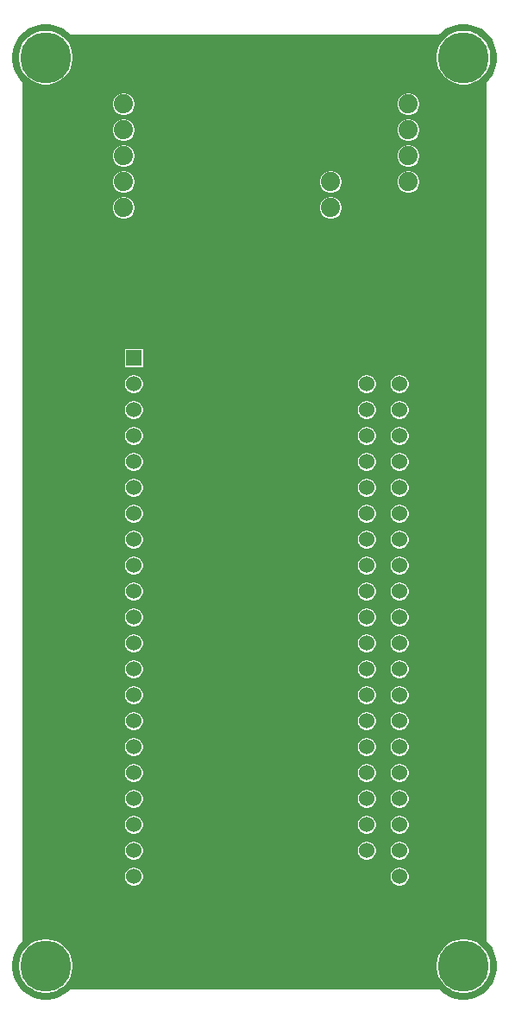
<source format=gbl>
G04*
G04 #@! TF.GenerationSoftware,Altium Limited,Altium Designer,23.8.1 (32)*
G04*
G04 Layer_Physical_Order=2*
G04 Layer_Color=16711680*
%FSLAX25Y25*%
%MOIN*%
G70*
G04*
G04 #@! TF.SameCoordinates,42C2680F-6346-4846-91F9-FAAF1016F3F0*
G04*
G04*
G04 #@! TF.FilePolarity,Positive*
G04*
G01*
G75*
%ADD35C,0.06024*%
%ADD36R,0.06024X0.06024*%
%ADD37C,0.19685*%
%ADD38R,0.06024X0.06024*%
%ADD39C,0.07400*%
%ADD40C,0.02362*%
G36*
X666425Y489035D02*
X668367Y488404D01*
X670187Y487477D01*
X671840Y486276D01*
X673284Y484832D01*
X674484Y483179D01*
X675412Y481359D01*
X676043Y479417D01*
X676363Y477399D01*
Y475357D01*
X676043Y473339D01*
X675412Y471397D01*
X674484Y469577D01*
X673284Y467924D01*
X672562Y467202D01*
X672388Y466942D01*
X672327Y466634D01*
X672388Y466327D01*
X672426Y466271D01*
Y136092D01*
X672388Y136035D01*
X672327Y135728D01*
D01*
Y135728D01*
X672388Y135421D01*
X672562Y135160D01*
X673284Y134438D01*
X674484Y132785D01*
X675412Y130966D01*
X676043Y129023D01*
X676363Y127006D01*
Y124963D01*
X676043Y122945D01*
X675412Y121003D01*
X674484Y119183D01*
X673284Y117531D01*
X671840Y116086D01*
X670187Y114885D01*
X668367Y113958D01*
X666425Y113327D01*
X664407Y113007D01*
X662364D01*
X660347Y113327D01*
X658404Y113958D01*
X656585Y114885D01*
X654932Y116086D01*
X654210Y116808D01*
X653949Y116982D01*
X653642Y117043D01*
X653335Y116982D01*
X653278Y116945D01*
X512076D01*
X512019Y116982D01*
X512019D01*
X512019Y116982D01*
X511712Y117043D01*
X511467Y116995D01*
X511405Y116982D01*
X511405Y116982D01*
X511405D01*
X511144Y116808D01*
X511144Y116808D01*
X510422Y116086D01*
X508770Y114885D01*
X506950Y113958D01*
X505007Y113327D01*
X502990Y113007D01*
X500947D01*
X498930Y113327D01*
X496987Y113958D01*
X495167Y114885D01*
X493515Y116086D01*
X492070Y117531D01*
X490870Y119183D01*
X489943Y121003D01*
X489311Y122945D01*
X488992Y124963D01*
Y127006D01*
X489311Y129023D01*
X489943Y130966D01*
X490870Y132785D01*
X492070Y134438D01*
X492793Y135160D01*
D01*
D01*
X492793Y135160D01*
X492896Y135316D01*
X492967Y135421D01*
Y135421D01*
X492967Y135421D01*
X493028Y135728D01*
X492991Y135912D01*
X492967Y136035D01*
X492967Y136035D01*
Y136035D01*
X492929Y136092D01*
Y466271D01*
X492967Y466327D01*
X493028Y466634D01*
D01*
Y466634D01*
X492967Y466942D01*
X492897Y467046D01*
X492793Y467202D01*
X492793Y467202D01*
X492070Y467924D01*
X490870Y469577D01*
X489943Y471397D01*
X489311Y473339D01*
X488992Y475357D01*
Y477399D01*
X489311Y479417D01*
X489943Y481359D01*
X490870Y483179D01*
X492070Y484832D01*
X493515Y486276D01*
X495167Y487477D01*
X496987Y488404D01*
X498930Y489035D01*
X500947Y489355D01*
X502990D01*
X505007Y489035D01*
X506950Y488404D01*
X508770Y487477D01*
X510422Y486276D01*
X511144Y485554D01*
X511144Y485554D01*
X511405Y485380D01*
X511466Y485368D01*
X511712Y485319D01*
X512019Y485380D01*
X512076Y485418D01*
X653278D01*
X653335Y485380D01*
X653335Y485380D01*
D01*
X653364Y485374D01*
X653642Y485319D01*
X653949Y485380D01*
X653949Y485380D01*
X653949Y485380D01*
X654054Y485450D01*
X654210Y485554D01*
X654210Y485554D01*
X654210D01*
X654932Y486276D01*
X656585Y487477D01*
X658404Y488404D01*
X660347Y489035D01*
X662364Y489355D01*
X664407D01*
X666425Y489035D01*
D02*
G37*
%LPC*%
G36*
X664200Y486721D02*
X662572D01*
X660964Y486466D01*
X659416Y485963D01*
X657965Y485224D01*
X656648Y484267D01*
X655497Y483116D01*
X654540Y481799D01*
X653801Y480348D01*
X653298Y478800D01*
X653043Y477192D01*
Y475564D01*
X653298Y473956D01*
X653801Y472408D01*
X654540Y470957D01*
X655497Y469640D01*
X656648Y468489D01*
X657965Y467532D01*
X659416Y466793D01*
X660964Y466290D01*
X662572Y466035D01*
X664200D01*
X665808Y466290D01*
X667356Y466793D01*
X668807Y467532D01*
X670123Y468489D01*
X671275Y469640D01*
X672231Y470957D01*
X672971Y472408D01*
X673474Y473956D01*
X673728Y475564D01*
Y477192D01*
X673474Y478800D01*
X672971Y480348D01*
X672231Y481799D01*
X671275Y483116D01*
X670123Y484267D01*
X668807Y485224D01*
X667356Y485963D01*
X665808Y486466D01*
X664200Y486721D01*
D02*
G37*
G36*
X502782Y486721D02*
X501155D01*
X499547Y486466D01*
X497998Y485963D01*
X496548Y485224D01*
X495231Y484267D01*
X494080Y483116D01*
X493123Y481799D01*
X492384Y480348D01*
X491881Y478800D01*
X491626Y477192D01*
Y475564D01*
X491881Y473956D01*
X492384Y472408D01*
X493123Y470957D01*
X494080Y469640D01*
X495231Y468489D01*
X496548Y467532D01*
X497998Y466793D01*
X499547Y466290D01*
X501155Y466035D01*
X502782D01*
X504390Y466290D01*
X505939Y466793D01*
X507389Y467532D01*
X508706Y468489D01*
X509857Y469640D01*
X510814Y470957D01*
X511553Y472408D01*
X512056Y473956D01*
X512311Y475564D01*
Y477192D01*
X512056Y478800D01*
X511553Y480348D01*
X510814Y481799D01*
X509857Y483116D01*
X508706Y484267D01*
X507389Y485224D01*
X505939Y485963D01*
X504390Y486466D01*
X502782Y486721D01*
D02*
G37*
G36*
X642684Y462654D02*
X641578D01*
X640510Y462367D01*
X639552Y461815D01*
X638770Y461033D01*
X638217Y460075D01*
X637931Y459007D01*
Y457901D01*
X638217Y456833D01*
X638770Y455875D01*
X639552Y455093D01*
X640510Y454540D01*
X641578Y454254D01*
X642684D01*
X643752Y454540D01*
X644710Y455093D01*
X645492Y455875D01*
X646045Y456833D01*
X646331Y457901D01*
Y459007D01*
X646045Y460075D01*
X645492Y461033D01*
X644710Y461815D01*
X643752Y462367D01*
X642684Y462654D01*
D02*
G37*
G36*
X532684D02*
X531578D01*
X530510Y462367D01*
X529552Y461815D01*
X528770Y461033D01*
X528217Y460075D01*
X527931Y459007D01*
Y457901D01*
X528217Y456833D01*
X528770Y455875D01*
X529552Y455093D01*
X530510Y454540D01*
X531578Y454254D01*
X532684D01*
X533752Y454540D01*
X534710Y455093D01*
X535492Y455875D01*
X536045Y456833D01*
X536331Y457901D01*
Y459007D01*
X536045Y460075D01*
X535492Y461033D01*
X534710Y461815D01*
X533752Y462367D01*
X532684Y462654D01*
D02*
G37*
G36*
X642684Y452654D02*
X641578D01*
X640510Y452367D01*
X639552Y451815D01*
X638770Y451033D01*
X638217Y450075D01*
X637931Y449007D01*
Y447901D01*
X638217Y446833D01*
X638770Y445875D01*
X639552Y445093D01*
X640510Y444540D01*
X641578Y444254D01*
X642684D01*
X643752Y444540D01*
X644710Y445093D01*
X645492Y445875D01*
X646045Y446833D01*
X646331Y447901D01*
Y449007D01*
X646045Y450075D01*
X645492Y451033D01*
X644710Y451815D01*
X643752Y452367D01*
X642684Y452654D01*
D02*
G37*
G36*
X532684D02*
X531578D01*
X530510Y452367D01*
X529552Y451815D01*
X528770Y451033D01*
X528217Y450075D01*
X527931Y449007D01*
Y447901D01*
X528217Y446833D01*
X528770Y445875D01*
X529552Y445093D01*
X530510Y444540D01*
X531578Y444254D01*
X532684D01*
X533752Y444540D01*
X534710Y445093D01*
X535492Y445875D01*
X536045Y446833D01*
X536331Y447901D01*
Y449007D01*
X536045Y450075D01*
X535492Y451033D01*
X534710Y451815D01*
X533752Y452367D01*
X532684Y452654D01*
D02*
G37*
G36*
X642684Y442654D02*
X641578D01*
X640510Y442368D01*
X639552Y441815D01*
X638770Y441033D01*
X638217Y440075D01*
X637931Y439007D01*
Y437901D01*
X638217Y436833D01*
X638770Y435875D01*
X639552Y435093D01*
X640510Y434540D01*
X641578Y434254D01*
X642684D01*
X643752Y434540D01*
X644710Y435093D01*
X645492Y435875D01*
X646045Y436833D01*
X646331Y437901D01*
Y439007D01*
X646045Y440075D01*
X645492Y441033D01*
X644710Y441815D01*
X643752Y442368D01*
X642684Y442654D01*
D02*
G37*
G36*
X532684D02*
X531578D01*
X530510Y442368D01*
X529552Y441815D01*
X528770Y441033D01*
X528217Y440075D01*
X527931Y439007D01*
Y437901D01*
X528217Y436833D01*
X528770Y435875D01*
X529552Y435093D01*
X530510Y434540D01*
X531578Y434254D01*
X532684D01*
X533752Y434540D01*
X534710Y435093D01*
X535492Y435875D01*
X536045Y436833D01*
X536331Y437901D01*
Y439007D01*
X536045Y440075D01*
X535492Y441033D01*
X534710Y441815D01*
X533752Y442368D01*
X532684Y442654D01*
D02*
G37*
G36*
X642684Y432654D02*
X641578D01*
X640510Y432368D01*
X639552Y431815D01*
X638770Y431033D01*
X638217Y430075D01*
X637931Y429007D01*
Y427901D01*
X638217Y426833D01*
X638770Y425875D01*
X639552Y425093D01*
X640510Y424540D01*
X641578Y424254D01*
X642684D01*
X643752Y424540D01*
X644710Y425093D01*
X645492Y425875D01*
X646045Y426833D01*
X646331Y427901D01*
Y429007D01*
X646045Y430075D01*
X645492Y431033D01*
X644710Y431815D01*
X643752Y432368D01*
X642684Y432654D01*
D02*
G37*
G36*
X612684D02*
X611578D01*
X610510Y432368D01*
X609552Y431815D01*
X608770Y431033D01*
X608217Y430075D01*
X607931Y429007D01*
Y427901D01*
X608217Y426833D01*
X608770Y425875D01*
X609552Y425093D01*
X610510Y424540D01*
X611578Y424254D01*
X612684D01*
X613752Y424540D01*
X614710Y425093D01*
X615492Y425875D01*
X616045Y426833D01*
X616331Y427901D01*
Y429007D01*
X616045Y430075D01*
X615492Y431033D01*
X614710Y431815D01*
X613752Y432368D01*
X612684Y432654D01*
D02*
G37*
G36*
X532684D02*
X531578D01*
X530510Y432368D01*
X529552Y431815D01*
X528770Y431033D01*
X528217Y430075D01*
X527931Y429007D01*
Y427901D01*
X528217Y426833D01*
X528770Y425875D01*
X529552Y425093D01*
X530510Y424540D01*
X531578Y424254D01*
X532684D01*
X533752Y424540D01*
X534710Y425093D01*
X535492Y425875D01*
X536045Y426833D01*
X536331Y427901D01*
Y429007D01*
X536045Y430075D01*
X535492Y431033D01*
X534710Y431815D01*
X533752Y432368D01*
X532684Y432654D01*
D02*
G37*
G36*
X612684Y422654D02*
X611578D01*
X610510Y422367D01*
X609552Y421815D01*
X608770Y421033D01*
X608217Y420075D01*
X607931Y419007D01*
Y417901D01*
X608217Y416833D01*
X608770Y415875D01*
X609552Y415093D01*
X610510Y414540D01*
X611578Y414254D01*
X612684D01*
X613752Y414540D01*
X614710Y415093D01*
X615492Y415875D01*
X616045Y416833D01*
X616331Y417901D01*
Y419007D01*
X616045Y420075D01*
X615492Y421033D01*
X614710Y421815D01*
X613752Y422367D01*
X612684Y422654D01*
D02*
G37*
G36*
X532684D02*
X531578D01*
X530510Y422367D01*
X529552Y421815D01*
X528770Y421033D01*
X528217Y420075D01*
X527931Y419007D01*
Y417901D01*
X528217Y416833D01*
X528770Y415875D01*
X529552Y415093D01*
X530510Y414540D01*
X531578Y414254D01*
X532684D01*
X533752Y414540D01*
X534710Y415093D01*
X535492Y415875D01*
X536045Y416833D01*
X536331Y417901D01*
Y419007D01*
X536045Y420075D01*
X535492Y421033D01*
X534710Y421815D01*
X533752Y422367D01*
X532684Y422654D01*
D02*
G37*
G36*
X539496Y363984D02*
X532472D01*
Y356961D01*
X539496D01*
Y363984D01*
D02*
G37*
G36*
X639113Y353984D02*
X638188D01*
X637295Y353745D01*
X636494Y353283D01*
X635841Y352629D01*
X635378Y351828D01*
X635139Y350935D01*
Y350010D01*
X635378Y349117D01*
X635841Y348316D01*
X636494Y347662D01*
X637295Y347200D01*
X638188Y346961D01*
X639113D01*
X640006Y347200D01*
X640807Y347662D01*
X641461Y348316D01*
X641923Y349117D01*
X642162Y350010D01*
Y350935D01*
X641923Y351828D01*
X641461Y352629D01*
X640807Y353283D01*
X640006Y353745D01*
X639113Y353984D01*
D02*
G37*
G36*
X626447D02*
X625522D01*
X624629Y353745D01*
X623828Y353283D01*
X623174Y352629D01*
X622712Y351828D01*
X622472Y350935D01*
Y350010D01*
X622712Y349117D01*
X623174Y348316D01*
X623828Y347662D01*
X624629Y347200D01*
X625522Y346961D01*
X626447D01*
X627340Y347200D01*
X628140Y347662D01*
X628794Y348316D01*
X629257Y349117D01*
X629496Y350010D01*
Y350935D01*
X629257Y351828D01*
X628794Y352629D01*
X628140Y353283D01*
X627340Y353745D01*
X626447Y353984D01*
D02*
G37*
G36*
X536447D02*
X535522D01*
X534629Y353745D01*
X533828Y353283D01*
X533174Y352629D01*
X532712Y351828D01*
X532472Y350935D01*
Y350010D01*
X532712Y349117D01*
X533174Y348316D01*
X533828Y347662D01*
X534629Y347200D01*
X535522Y346961D01*
X536447D01*
X537340Y347200D01*
X538140Y347662D01*
X538794Y348316D01*
X539257Y349117D01*
X539496Y350010D01*
Y350935D01*
X539257Y351828D01*
X538794Y352629D01*
X538140Y353283D01*
X537340Y353745D01*
X536447Y353984D01*
D02*
G37*
G36*
X639113Y343984D02*
X638188D01*
X637295Y343745D01*
X636494Y343283D01*
X635841Y342629D01*
X635378Y341828D01*
X635139Y340935D01*
Y340010D01*
X635378Y339117D01*
X635841Y338316D01*
X636494Y337662D01*
X637295Y337200D01*
X638188Y336961D01*
X639113D01*
X640006Y337200D01*
X640807Y337662D01*
X641461Y338316D01*
X641923Y339117D01*
X642162Y340010D01*
Y340935D01*
X641923Y341828D01*
X641461Y342629D01*
X640807Y343283D01*
X640006Y343745D01*
X639113Y343984D01*
D02*
G37*
G36*
X626447D02*
X625522D01*
X624629Y343745D01*
X623828Y343283D01*
X623174Y342629D01*
X622712Y341828D01*
X622472Y340935D01*
Y340010D01*
X622712Y339117D01*
X623174Y338316D01*
X623828Y337662D01*
X624629Y337200D01*
X625522Y336961D01*
X626447D01*
X627340Y337200D01*
X628140Y337662D01*
X628794Y338316D01*
X629257Y339117D01*
X629496Y340010D01*
Y340935D01*
X629257Y341828D01*
X628794Y342629D01*
X628140Y343283D01*
X627340Y343745D01*
X626447Y343984D01*
D02*
G37*
G36*
X536447D02*
X535522D01*
X534629Y343745D01*
X533828Y343283D01*
X533174Y342629D01*
X532712Y341828D01*
X532472Y340935D01*
Y340010D01*
X532712Y339117D01*
X533174Y338316D01*
X533828Y337662D01*
X534629Y337200D01*
X535522Y336961D01*
X536447D01*
X537340Y337200D01*
X538140Y337662D01*
X538794Y338316D01*
X539257Y339117D01*
X539496Y340010D01*
Y340935D01*
X539257Y341828D01*
X538794Y342629D01*
X538140Y343283D01*
X537340Y343745D01*
X536447Y343984D01*
D02*
G37*
G36*
X639113Y333984D02*
X638188D01*
X637295Y333745D01*
X636494Y333283D01*
X635841Y332629D01*
X635378Y331828D01*
X635139Y330935D01*
Y330010D01*
X635378Y329117D01*
X635841Y328316D01*
X636494Y327662D01*
X637295Y327200D01*
X638188Y326961D01*
X639113D01*
X640006Y327200D01*
X640807Y327662D01*
X641461Y328316D01*
X641923Y329117D01*
X642162Y330010D01*
Y330935D01*
X641923Y331828D01*
X641461Y332629D01*
X640807Y333283D01*
X640006Y333745D01*
X639113Y333984D01*
D02*
G37*
G36*
X626447D02*
X625522D01*
X624629Y333745D01*
X623828Y333283D01*
X623174Y332629D01*
X622712Y331828D01*
X622472Y330935D01*
Y330010D01*
X622712Y329117D01*
X623174Y328316D01*
X623828Y327662D01*
X624629Y327200D01*
X625522Y326961D01*
X626447D01*
X627340Y327200D01*
X628140Y327662D01*
X628794Y328316D01*
X629257Y329117D01*
X629496Y330010D01*
Y330935D01*
X629257Y331828D01*
X628794Y332629D01*
X628140Y333283D01*
X627340Y333745D01*
X626447Y333984D01*
D02*
G37*
G36*
X536447D02*
X535522D01*
X534629Y333745D01*
X533828Y333283D01*
X533174Y332629D01*
X532712Y331828D01*
X532472Y330935D01*
Y330010D01*
X532712Y329117D01*
X533174Y328316D01*
X533828Y327662D01*
X534629Y327200D01*
X535522Y326961D01*
X536447D01*
X537340Y327200D01*
X538140Y327662D01*
X538794Y328316D01*
X539257Y329117D01*
X539496Y330010D01*
Y330935D01*
X539257Y331828D01*
X538794Y332629D01*
X538140Y333283D01*
X537340Y333745D01*
X536447Y333984D01*
D02*
G37*
G36*
X639113Y323984D02*
X638188D01*
X637295Y323745D01*
X636494Y323283D01*
X635841Y322629D01*
X635378Y321828D01*
X635139Y320935D01*
Y320010D01*
X635378Y319117D01*
X635841Y318316D01*
X636494Y317662D01*
X637295Y317200D01*
X638188Y316961D01*
X639113D01*
X640006Y317200D01*
X640807Y317662D01*
X641461Y318316D01*
X641923Y319117D01*
X642162Y320010D01*
Y320935D01*
X641923Y321828D01*
X641461Y322629D01*
X640807Y323283D01*
X640006Y323745D01*
X639113Y323984D01*
D02*
G37*
G36*
X626447D02*
X625522D01*
X624629Y323745D01*
X623828Y323283D01*
X623174Y322629D01*
X622712Y321828D01*
X622472Y320935D01*
Y320010D01*
X622712Y319117D01*
X623174Y318316D01*
X623828Y317662D01*
X624629Y317200D01*
X625522Y316961D01*
X626447D01*
X627340Y317200D01*
X628140Y317662D01*
X628794Y318316D01*
X629257Y319117D01*
X629496Y320010D01*
Y320935D01*
X629257Y321828D01*
X628794Y322629D01*
X628140Y323283D01*
X627340Y323745D01*
X626447Y323984D01*
D02*
G37*
G36*
X536447D02*
X535522D01*
X534629Y323745D01*
X533828Y323283D01*
X533174Y322629D01*
X532712Y321828D01*
X532472Y320935D01*
Y320010D01*
X532712Y319117D01*
X533174Y318316D01*
X533828Y317662D01*
X534629Y317200D01*
X535522Y316961D01*
X536447D01*
X537340Y317200D01*
X538140Y317662D01*
X538794Y318316D01*
X539257Y319117D01*
X539496Y320010D01*
Y320935D01*
X539257Y321828D01*
X538794Y322629D01*
X538140Y323283D01*
X537340Y323745D01*
X536447Y323984D01*
D02*
G37*
G36*
X639113Y313984D02*
X638188D01*
X637295Y313745D01*
X636494Y313283D01*
X635841Y312629D01*
X635378Y311828D01*
X635139Y310935D01*
Y310010D01*
X635378Y309117D01*
X635841Y308316D01*
X636494Y307662D01*
X637295Y307200D01*
X638188Y306961D01*
X639113D01*
X640006Y307200D01*
X640807Y307662D01*
X641461Y308316D01*
X641923Y309117D01*
X642162Y310010D01*
Y310935D01*
X641923Y311828D01*
X641461Y312629D01*
X640807Y313283D01*
X640006Y313745D01*
X639113Y313984D01*
D02*
G37*
G36*
X626447D02*
X625522D01*
X624629Y313745D01*
X623828Y313283D01*
X623174Y312629D01*
X622712Y311828D01*
X622472Y310935D01*
Y310010D01*
X622712Y309117D01*
X623174Y308316D01*
X623828Y307662D01*
X624629Y307200D01*
X625522Y306961D01*
X626447D01*
X627340Y307200D01*
X628140Y307662D01*
X628794Y308316D01*
X629257Y309117D01*
X629496Y310010D01*
Y310935D01*
X629257Y311828D01*
X628794Y312629D01*
X628140Y313283D01*
X627340Y313745D01*
X626447Y313984D01*
D02*
G37*
G36*
X536447D02*
X535522D01*
X534629Y313745D01*
X533828Y313283D01*
X533174Y312629D01*
X532712Y311828D01*
X532472Y310935D01*
Y310010D01*
X532712Y309117D01*
X533174Y308316D01*
X533828Y307662D01*
X534629Y307200D01*
X535522Y306961D01*
X536447D01*
X537340Y307200D01*
X538140Y307662D01*
X538794Y308316D01*
X539257Y309117D01*
X539496Y310010D01*
Y310935D01*
X539257Y311828D01*
X538794Y312629D01*
X538140Y313283D01*
X537340Y313745D01*
X536447Y313984D01*
D02*
G37*
G36*
X639113Y303984D02*
X638188D01*
X637295Y303745D01*
X636494Y303283D01*
X635841Y302629D01*
X635378Y301828D01*
X635139Y300935D01*
Y300010D01*
X635378Y299117D01*
X635841Y298316D01*
X636494Y297662D01*
X637295Y297200D01*
X638188Y296961D01*
X639113D01*
X640006Y297200D01*
X640807Y297662D01*
X641461Y298316D01*
X641923Y299117D01*
X642162Y300010D01*
Y300935D01*
X641923Y301828D01*
X641461Y302629D01*
X640807Y303283D01*
X640006Y303745D01*
X639113Y303984D01*
D02*
G37*
G36*
X626447D02*
X625522D01*
X624629Y303745D01*
X623828Y303283D01*
X623174Y302629D01*
X622712Y301828D01*
X622472Y300935D01*
Y300010D01*
X622712Y299117D01*
X623174Y298316D01*
X623828Y297662D01*
X624629Y297200D01*
X625522Y296961D01*
X626447D01*
X627340Y297200D01*
X628140Y297662D01*
X628794Y298316D01*
X629257Y299117D01*
X629496Y300010D01*
Y300935D01*
X629257Y301828D01*
X628794Y302629D01*
X628140Y303283D01*
X627340Y303745D01*
X626447Y303984D01*
D02*
G37*
G36*
X536447D02*
X535522D01*
X534629Y303745D01*
X533828Y303283D01*
X533174Y302629D01*
X532712Y301828D01*
X532472Y300935D01*
Y300010D01*
X532712Y299117D01*
X533174Y298316D01*
X533828Y297662D01*
X534629Y297200D01*
X535522Y296961D01*
X536447D01*
X537340Y297200D01*
X538140Y297662D01*
X538794Y298316D01*
X539257Y299117D01*
X539496Y300010D01*
Y300935D01*
X539257Y301828D01*
X538794Y302629D01*
X538140Y303283D01*
X537340Y303745D01*
X536447Y303984D01*
D02*
G37*
G36*
X639113Y293984D02*
X638188D01*
X637295Y293745D01*
X636494Y293283D01*
X635841Y292629D01*
X635378Y291828D01*
X635139Y290935D01*
Y290010D01*
X635378Y289117D01*
X635841Y288316D01*
X636494Y287662D01*
X637295Y287200D01*
X638188Y286961D01*
X639113D01*
X640006Y287200D01*
X640807Y287662D01*
X641461Y288316D01*
X641923Y289117D01*
X642162Y290010D01*
Y290935D01*
X641923Y291828D01*
X641461Y292629D01*
X640807Y293283D01*
X640006Y293745D01*
X639113Y293984D01*
D02*
G37*
G36*
X626447D02*
X625522D01*
X624629Y293745D01*
X623828Y293283D01*
X623174Y292629D01*
X622712Y291828D01*
X622472Y290935D01*
Y290010D01*
X622712Y289117D01*
X623174Y288316D01*
X623828Y287662D01*
X624629Y287200D01*
X625522Y286961D01*
X626447D01*
X627340Y287200D01*
X628140Y287662D01*
X628794Y288316D01*
X629257Y289117D01*
X629496Y290010D01*
Y290935D01*
X629257Y291828D01*
X628794Y292629D01*
X628140Y293283D01*
X627340Y293745D01*
X626447Y293984D01*
D02*
G37*
G36*
X536447D02*
X535522D01*
X534629Y293745D01*
X533828Y293283D01*
X533174Y292629D01*
X532712Y291828D01*
X532472Y290935D01*
Y290010D01*
X532712Y289117D01*
X533174Y288316D01*
X533828Y287662D01*
X534629Y287200D01*
X535522Y286961D01*
X536447D01*
X537340Y287200D01*
X538140Y287662D01*
X538794Y288316D01*
X539257Y289117D01*
X539496Y290010D01*
Y290935D01*
X539257Y291828D01*
X538794Y292629D01*
X538140Y293283D01*
X537340Y293745D01*
X536447Y293984D01*
D02*
G37*
G36*
X639113Y283984D02*
X638188D01*
X637295Y283745D01*
X636494Y283283D01*
X635841Y282629D01*
X635378Y281828D01*
X635139Y280935D01*
Y280010D01*
X635378Y279117D01*
X635841Y278316D01*
X636494Y277662D01*
X637295Y277200D01*
X638188Y276961D01*
X639113D01*
X640006Y277200D01*
X640807Y277662D01*
X641461Y278316D01*
X641923Y279117D01*
X642162Y280010D01*
Y280935D01*
X641923Y281828D01*
X641461Y282629D01*
X640807Y283283D01*
X640006Y283745D01*
X639113Y283984D01*
D02*
G37*
G36*
X626447D02*
X625522D01*
X624629Y283745D01*
X623828Y283283D01*
X623174Y282629D01*
X622712Y281828D01*
X622472Y280935D01*
Y280010D01*
X622712Y279117D01*
X623174Y278316D01*
X623828Y277662D01*
X624629Y277200D01*
X625522Y276961D01*
X626447D01*
X627340Y277200D01*
X628140Y277662D01*
X628794Y278316D01*
X629257Y279117D01*
X629496Y280010D01*
Y280935D01*
X629257Y281828D01*
X628794Y282629D01*
X628140Y283283D01*
X627340Y283745D01*
X626447Y283984D01*
D02*
G37*
G36*
X536447D02*
X535522D01*
X534629Y283745D01*
X533828Y283283D01*
X533174Y282629D01*
X532712Y281828D01*
X532472Y280935D01*
Y280010D01*
X532712Y279117D01*
X533174Y278316D01*
X533828Y277662D01*
X534629Y277200D01*
X535522Y276961D01*
X536447D01*
X537340Y277200D01*
X538140Y277662D01*
X538794Y278316D01*
X539257Y279117D01*
X539496Y280010D01*
Y280935D01*
X539257Y281828D01*
X538794Y282629D01*
X538140Y283283D01*
X537340Y283745D01*
X536447Y283984D01*
D02*
G37*
G36*
X639113Y273984D02*
X638188D01*
X637295Y273745D01*
X636494Y273283D01*
X635841Y272629D01*
X635378Y271828D01*
X635139Y270935D01*
Y270010D01*
X635378Y269117D01*
X635841Y268316D01*
X636494Y267662D01*
X637295Y267200D01*
X638188Y266961D01*
X639113D01*
X640006Y267200D01*
X640807Y267662D01*
X641461Y268316D01*
X641923Y269117D01*
X642162Y270010D01*
Y270935D01*
X641923Y271828D01*
X641461Y272629D01*
X640807Y273283D01*
X640006Y273745D01*
X639113Y273984D01*
D02*
G37*
G36*
X626447D02*
X625522D01*
X624629Y273745D01*
X623828Y273283D01*
X623174Y272629D01*
X622712Y271828D01*
X622472Y270935D01*
Y270010D01*
X622712Y269117D01*
X623174Y268316D01*
X623828Y267662D01*
X624629Y267200D01*
X625522Y266961D01*
X626447D01*
X627340Y267200D01*
X628140Y267662D01*
X628794Y268316D01*
X629257Y269117D01*
X629496Y270010D01*
Y270935D01*
X629257Y271828D01*
X628794Y272629D01*
X628140Y273283D01*
X627340Y273745D01*
X626447Y273984D01*
D02*
G37*
G36*
X536447D02*
X535522D01*
X534629Y273745D01*
X533828Y273283D01*
X533174Y272629D01*
X532712Y271828D01*
X532472Y270935D01*
Y270010D01*
X532712Y269117D01*
X533174Y268316D01*
X533828Y267662D01*
X534629Y267200D01*
X535522Y266961D01*
X536447D01*
X537340Y267200D01*
X538140Y267662D01*
X538794Y268316D01*
X539257Y269117D01*
X539496Y270010D01*
Y270935D01*
X539257Y271828D01*
X538794Y272629D01*
X538140Y273283D01*
X537340Y273745D01*
X536447Y273984D01*
D02*
G37*
G36*
X639113Y263984D02*
X638188D01*
X637295Y263745D01*
X636494Y263283D01*
X635841Y262629D01*
X635378Y261828D01*
X635139Y260935D01*
Y260010D01*
X635378Y259117D01*
X635841Y258316D01*
X636494Y257662D01*
X637295Y257200D01*
X638188Y256961D01*
X639113D01*
X640006Y257200D01*
X640807Y257662D01*
X641461Y258316D01*
X641923Y259117D01*
X642162Y260010D01*
Y260935D01*
X641923Y261828D01*
X641461Y262629D01*
X640807Y263283D01*
X640006Y263745D01*
X639113Y263984D01*
D02*
G37*
G36*
X626447D02*
X625522D01*
X624629Y263745D01*
X623828Y263283D01*
X623174Y262629D01*
X622712Y261828D01*
X622472Y260935D01*
Y260010D01*
X622712Y259117D01*
X623174Y258316D01*
X623828Y257662D01*
X624629Y257200D01*
X625522Y256961D01*
X626447D01*
X627340Y257200D01*
X628140Y257662D01*
X628794Y258316D01*
X629257Y259117D01*
X629496Y260010D01*
Y260935D01*
X629257Y261828D01*
X628794Y262629D01*
X628140Y263283D01*
X627340Y263745D01*
X626447Y263984D01*
D02*
G37*
G36*
X536447D02*
X535522D01*
X534629Y263745D01*
X533828Y263283D01*
X533174Y262629D01*
X532712Y261828D01*
X532472Y260935D01*
Y260010D01*
X532712Y259117D01*
X533174Y258316D01*
X533828Y257662D01*
X534629Y257200D01*
X535522Y256961D01*
X536447D01*
X537340Y257200D01*
X538140Y257662D01*
X538794Y258316D01*
X539257Y259117D01*
X539496Y260010D01*
Y260935D01*
X539257Y261828D01*
X538794Y262629D01*
X538140Y263283D01*
X537340Y263745D01*
X536447Y263984D01*
D02*
G37*
G36*
X639113Y253984D02*
X638188D01*
X637295Y253745D01*
X636494Y253283D01*
X635841Y252629D01*
X635378Y251828D01*
X635139Y250935D01*
Y250010D01*
X635378Y249117D01*
X635841Y248316D01*
X636494Y247662D01*
X637295Y247200D01*
X638188Y246961D01*
X639113D01*
X640006Y247200D01*
X640807Y247662D01*
X641461Y248316D01*
X641923Y249117D01*
X642162Y250010D01*
Y250935D01*
X641923Y251828D01*
X641461Y252629D01*
X640807Y253283D01*
X640006Y253745D01*
X639113Y253984D01*
D02*
G37*
G36*
X626447D02*
X625522D01*
X624629Y253745D01*
X623828Y253283D01*
X623174Y252629D01*
X622712Y251828D01*
X622472Y250935D01*
Y250010D01*
X622712Y249117D01*
X623174Y248316D01*
X623828Y247662D01*
X624629Y247200D01*
X625522Y246961D01*
X626447D01*
X627340Y247200D01*
X628140Y247662D01*
X628794Y248316D01*
X629257Y249117D01*
X629496Y250010D01*
Y250935D01*
X629257Y251828D01*
X628794Y252629D01*
X628140Y253283D01*
X627340Y253745D01*
X626447Y253984D01*
D02*
G37*
G36*
X536447D02*
X535522D01*
X534629Y253745D01*
X533828Y253283D01*
X533174Y252629D01*
X532712Y251828D01*
X532472Y250935D01*
Y250010D01*
X532712Y249117D01*
X533174Y248316D01*
X533828Y247662D01*
X534629Y247200D01*
X535522Y246961D01*
X536447D01*
X537340Y247200D01*
X538140Y247662D01*
X538794Y248316D01*
X539257Y249117D01*
X539496Y250010D01*
Y250935D01*
X539257Y251828D01*
X538794Y252629D01*
X538140Y253283D01*
X537340Y253745D01*
X536447Y253984D01*
D02*
G37*
G36*
X639113Y243984D02*
X638188D01*
X637295Y243745D01*
X636494Y243283D01*
X635841Y242629D01*
X635378Y241828D01*
X635139Y240935D01*
Y240010D01*
X635378Y239117D01*
X635841Y238316D01*
X636494Y237662D01*
X637295Y237200D01*
X638188Y236961D01*
X639113D01*
X640006Y237200D01*
X640807Y237662D01*
X641461Y238316D01*
X641923Y239117D01*
X642162Y240010D01*
Y240935D01*
X641923Y241828D01*
X641461Y242629D01*
X640807Y243283D01*
X640006Y243745D01*
X639113Y243984D01*
D02*
G37*
G36*
X626447D02*
X625522D01*
X624629Y243745D01*
X623828Y243283D01*
X623174Y242629D01*
X622712Y241828D01*
X622472Y240935D01*
Y240010D01*
X622712Y239117D01*
X623174Y238316D01*
X623828Y237662D01*
X624629Y237200D01*
X625522Y236961D01*
X626447D01*
X627340Y237200D01*
X628140Y237662D01*
X628794Y238316D01*
X629257Y239117D01*
X629496Y240010D01*
Y240935D01*
X629257Y241828D01*
X628794Y242629D01*
X628140Y243283D01*
X627340Y243745D01*
X626447Y243984D01*
D02*
G37*
G36*
X536447D02*
X535522D01*
X534629Y243745D01*
X533828Y243283D01*
X533174Y242629D01*
X532712Y241828D01*
X532472Y240935D01*
Y240010D01*
X532712Y239117D01*
X533174Y238316D01*
X533828Y237662D01*
X534629Y237200D01*
X535522Y236961D01*
X536447D01*
X537340Y237200D01*
X538140Y237662D01*
X538794Y238316D01*
X539257Y239117D01*
X539496Y240010D01*
Y240935D01*
X539257Y241828D01*
X538794Y242629D01*
X538140Y243283D01*
X537340Y243745D01*
X536447Y243984D01*
D02*
G37*
G36*
X639113Y233984D02*
X638188D01*
X637295Y233745D01*
X636494Y233283D01*
X635841Y232629D01*
X635378Y231828D01*
X635139Y230935D01*
Y230010D01*
X635378Y229117D01*
X635841Y228316D01*
X636494Y227662D01*
X637295Y227200D01*
X638188Y226961D01*
X639113D01*
X640006Y227200D01*
X640807Y227662D01*
X641461Y228316D01*
X641923Y229117D01*
X642162Y230010D01*
Y230935D01*
X641923Y231828D01*
X641461Y232629D01*
X640807Y233283D01*
X640006Y233745D01*
X639113Y233984D01*
D02*
G37*
G36*
X626447D02*
X625522D01*
X624629Y233745D01*
X623828Y233283D01*
X623174Y232629D01*
X622712Y231828D01*
X622472Y230935D01*
Y230010D01*
X622712Y229117D01*
X623174Y228316D01*
X623828Y227662D01*
X624629Y227200D01*
X625522Y226961D01*
X626447D01*
X627340Y227200D01*
X628140Y227662D01*
X628794Y228316D01*
X629257Y229117D01*
X629496Y230010D01*
Y230935D01*
X629257Y231828D01*
X628794Y232629D01*
X628140Y233283D01*
X627340Y233745D01*
X626447Y233984D01*
D02*
G37*
G36*
X536447D02*
X535522D01*
X534629Y233745D01*
X533828Y233283D01*
X533174Y232629D01*
X532712Y231828D01*
X532472Y230935D01*
Y230010D01*
X532712Y229117D01*
X533174Y228316D01*
X533828Y227662D01*
X534629Y227200D01*
X535522Y226961D01*
X536447D01*
X537340Y227200D01*
X538140Y227662D01*
X538794Y228316D01*
X539257Y229117D01*
X539496Y230010D01*
Y230935D01*
X539257Y231828D01*
X538794Y232629D01*
X538140Y233283D01*
X537340Y233745D01*
X536447Y233984D01*
D02*
G37*
G36*
X639113Y223984D02*
X638188D01*
X637295Y223745D01*
X636494Y223283D01*
X635841Y222629D01*
X635378Y221828D01*
X635139Y220935D01*
Y220010D01*
X635378Y219117D01*
X635841Y218316D01*
X636494Y217662D01*
X637295Y217200D01*
X638188Y216961D01*
X639113D01*
X640006Y217200D01*
X640807Y217662D01*
X641461Y218316D01*
X641923Y219117D01*
X642162Y220010D01*
Y220935D01*
X641923Y221828D01*
X641461Y222629D01*
X640807Y223283D01*
X640006Y223745D01*
X639113Y223984D01*
D02*
G37*
G36*
X626447D02*
X625522D01*
X624629Y223745D01*
X623828Y223283D01*
X623174Y222629D01*
X622712Y221828D01*
X622472Y220935D01*
Y220010D01*
X622712Y219117D01*
X623174Y218316D01*
X623828Y217662D01*
X624629Y217200D01*
X625522Y216961D01*
X626447D01*
X627340Y217200D01*
X628140Y217662D01*
X628794Y218316D01*
X629257Y219117D01*
X629496Y220010D01*
Y220935D01*
X629257Y221828D01*
X628794Y222629D01*
X628140Y223283D01*
X627340Y223745D01*
X626447Y223984D01*
D02*
G37*
G36*
X536447D02*
X535522D01*
X534629Y223745D01*
X533828Y223283D01*
X533174Y222629D01*
X532712Y221828D01*
X532472Y220935D01*
Y220010D01*
X532712Y219117D01*
X533174Y218316D01*
X533828Y217662D01*
X534629Y217200D01*
X535522Y216961D01*
X536447D01*
X537340Y217200D01*
X538140Y217662D01*
X538794Y218316D01*
X539257Y219117D01*
X539496Y220010D01*
Y220935D01*
X539257Y221828D01*
X538794Y222629D01*
X538140Y223283D01*
X537340Y223745D01*
X536447Y223984D01*
D02*
G37*
G36*
X639113Y213984D02*
X638188D01*
X637295Y213745D01*
X636494Y213283D01*
X635841Y212629D01*
X635378Y211828D01*
X635139Y210935D01*
Y210010D01*
X635378Y209117D01*
X635841Y208316D01*
X636494Y207662D01*
X637295Y207200D01*
X638188Y206961D01*
X639113D01*
X640006Y207200D01*
X640807Y207662D01*
X641461Y208316D01*
X641923Y209117D01*
X642162Y210010D01*
Y210935D01*
X641923Y211828D01*
X641461Y212629D01*
X640807Y213283D01*
X640006Y213745D01*
X639113Y213984D01*
D02*
G37*
G36*
X626447D02*
X625522D01*
X624629Y213745D01*
X623828Y213283D01*
X623174Y212629D01*
X622712Y211828D01*
X622472Y210935D01*
Y210010D01*
X622712Y209117D01*
X623174Y208316D01*
X623828Y207662D01*
X624629Y207200D01*
X625522Y206961D01*
X626447D01*
X627340Y207200D01*
X628140Y207662D01*
X628794Y208316D01*
X629257Y209117D01*
X629496Y210010D01*
Y210935D01*
X629257Y211828D01*
X628794Y212629D01*
X628140Y213283D01*
X627340Y213745D01*
X626447Y213984D01*
D02*
G37*
G36*
X536447D02*
X535522D01*
X534629Y213745D01*
X533828Y213283D01*
X533174Y212629D01*
X532712Y211828D01*
X532472Y210935D01*
Y210010D01*
X532712Y209117D01*
X533174Y208316D01*
X533828Y207662D01*
X534629Y207200D01*
X535522Y206961D01*
X536447D01*
X537340Y207200D01*
X538140Y207662D01*
X538794Y208316D01*
X539257Y209117D01*
X539496Y210010D01*
Y210935D01*
X539257Y211828D01*
X538794Y212629D01*
X538140Y213283D01*
X537340Y213745D01*
X536447Y213984D01*
D02*
G37*
G36*
X639113Y203984D02*
X638188D01*
X637295Y203745D01*
X636494Y203283D01*
X635841Y202629D01*
X635378Y201828D01*
X635139Y200935D01*
Y200010D01*
X635378Y199117D01*
X635841Y198316D01*
X636494Y197662D01*
X637295Y197200D01*
X638188Y196961D01*
X639113D01*
X640006Y197200D01*
X640807Y197662D01*
X641461Y198316D01*
X641923Y199117D01*
X642162Y200010D01*
Y200935D01*
X641923Y201828D01*
X641461Y202629D01*
X640807Y203283D01*
X640006Y203745D01*
X639113Y203984D01*
D02*
G37*
G36*
X626447D02*
X625522D01*
X624629Y203745D01*
X623828Y203283D01*
X623174Y202629D01*
X622712Y201828D01*
X622472Y200935D01*
Y200010D01*
X622712Y199117D01*
X623174Y198316D01*
X623828Y197662D01*
X624629Y197200D01*
X625522Y196961D01*
X626447D01*
X627340Y197200D01*
X628140Y197662D01*
X628794Y198316D01*
X629257Y199117D01*
X629496Y200010D01*
Y200935D01*
X629257Y201828D01*
X628794Y202629D01*
X628140Y203283D01*
X627340Y203745D01*
X626447Y203984D01*
D02*
G37*
G36*
X536447D02*
X535522D01*
X534629Y203745D01*
X533828Y203283D01*
X533174Y202629D01*
X532712Y201828D01*
X532472Y200935D01*
Y200010D01*
X532712Y199117D01*
X533174Y198316D01*
X533828Y197662D01*
X534629Y197200D01*
X535522Y196961D01*
X536447D01*
X537340Y197200D01*
X538140Y197662D01*
X538794Y198316D01*
X539257Y199117D01*
X539496Y200010D01*
Y200935D01*
X539257Y201828D01*
X538794Y202629D01*
X538140Y203283D01*
X537340Y203745D01*
X536447Y203984D01*
D02*
G37*
G36*
X639113Y193984D02*
X638188D01*
X637295Y193745D01*
X636494Y193283D01*
X635841Y192629D01*
X635378Y191828D01*
X635139Y190935D01*
Y190010D01*
X635378Y189117D01*
X635841Y188316D01*
X636494Y187662D01*
X637295Y187200D01*
X638188Y186961D01*
X639113D01*
X640006Y187200D01*
X640807Y187662D01*
X641461Y188316D01*
X641923Y189117D01*
X642162Y190010D01*
Y190935D01*
X641923Y191828D01*
X641461Y192629D01*
X640807Y193283D01*
X640006Y193745D01*
X639113Y193984D01*
D02*
G37*
G36*
X626447D02*
X625522D01*
X624629Y193745D01*
X623828Y193283D01*
X623174Y192629D01*
X622712Y191828D01*
X622472Y190935D01*
Y190010D01*
X622712Y189117D01*
X623174Y188316D01*
X623828Y187662D01*
X624629Y187200D01*
X625522Y186961D01*
X626447D01*
X627340Y187200D01*
X628140Y187662D01*
X628794Y188316D01*
X629257Y189117D01*
X629496Y190010D01*
Y190935D01*
X629257Y191828D01*
X628794Y192629D01*
X628140Y193283D01*
X627340Y193745D01*
X626447Y193984D01*
D02*
G37*
G36*
X536447D02*
X535522D01*
X534629Y193745D01*
X533828Y193283D01*
X533174Y192629D01*
X532712Y191828D01*
X532472Y190935D01*
Y190010D01*
X532712Y189117D01*
X533174Y188316D01*
X533828Y187662D01*
X534629Y187200D01*
X535522Y186961D01*
X536447D01*
X537340Y187200D01*
X538140Y187662D01*
X538794Y188316D01*
X539257Y189117D01*
X539496Y190010D01*
Y190935D01*
X539257Y191828D01*
X538794Y192629D01*
X538140Y193283D01*
X537340Y193745D01*
X536447Y193984D01*
D02*
G37*
G36*
X639113Y183984D02*
X638188D01*
X637295Y183745D01*
X636494Y183283D01*
X635841Y182629D01*
X635378Y181828D01*
X635139Y180935D01*
Y180010D01*
X635378Y179117D01*
X635841Y178316D01*
X636494Y177662D01*
X637295Y177200D01*
X638188Y176961D01*
X639113D01*
X640006Y177200D01*
X640807Y177662D01*
X641461Y178316D01*
X641923Y179117D01*
X642162Y180010D01*
Y180935D01*
X641923Y181828D01*
X641461Y182629D01*
X640807Y183283D01*
X640006Y183745D01*
X639113Y183984D01*
D02*
G37*
G36*
X626447D02*
X625522D01*
X624629Y183745D01*
X623828Y183283D01*
X623174Y182629D01*
X622712Y181828D01*
X622472Y180935D01*
Y180010D01*
X622712Y179117D01*
X623174Y178316D01*
X623828Y177662D01*
X624629Y177200D01*
X625522Y176961D01*
X626447D01*
X627340Y177200D01*
X628140Y177662D01*
X628794Y178316D01*
X629257Y179117D01*
X629496Y180010D01*
Y180935D01*
X629257Y181828D01*
X628794Y182629D01*
X628140Y183283D01*
X627340Y183745D01*
X626447Y183984D01*
D02*
G37*
G36*
X536447D02*
X535522D01*
X534629Y183745D01*
X533828Y183283D01*
X533174Y182629D01*
X532712Y181828D01*
X532472Y180935D01*
Y180010D01*
X532712Y179117D01*
X533174Y178316D01*
X533828Y177662D01*
X534629Y177200D01*
X535522Y176961D01*
X536447D01*
X537340Y177200D01*
X538140Y177662D01*
X538794Y178316D01*
X539257Y179117D01*
X539496Y180010D01*
Y180935D01*
X539257Y181828D01*
X538794Y182629D01*
X538140Y183283D01*
X537340Y183745D01*
X536447Y183984D01*
D02*
G37*
G36*
X639113Y173984D02*
X638188D01*
X637295Y173745D01*
X636494Y173283D01*
X635841Y172629D01*
X635378Y171828D01*
X635139Y170935D01*
Y170010D01*
X635378Y169117D01*
X635841Y168316D01*
X636494Y167662D01*
X637295Y167200D01*
X638188Y166961D01*
X639113D01*
X640006Y167200D01*
X640807Y167662D01*
X641461Y168316D01*
X641923Y169117D01*
X642162Y170010D01*
Y170935D01*
X641923Y171828D01*
X641461Y172629D01*
X640807Y173283D01*
X640006Y173745D01*
X639113Y173984D01*
D02*
G37*
G36*
X626447D02*
X625522D01*
X624629Y173745D01*
X623828Y173283D01*
X623174Y172629D01*
X622712Y171828D01*
X622472Y170935D01*
Y170010D01*
X622712Y169117D01*
X623174Y168316D01*
X623828Y167662D01*
X624629Y167200D01*
X625522Y166961D01*
X626447D01*
X627340Y167200D01*
X628140Y167662D01*
X628794Y168316D01*
X629257Y169117D01*
X629496Y170010D01*
Y170935D01*
X629257Y171828D01*
X628794Y172629D01*
X628140Y173283D01*
X627340Y173745D01*
X626447Y173984D01*
D02*
G37*
G36*
X536447D02*
X535522D01*
X534629Y173745D01*
X533828Y173283D01*
X533174Y172629D01*
X532712Y171828D01*
X532472Y170935D01*
Y170010D01*
X532712Y169117D01*
X533174Y168316D01*
X533828Y167662D01*
X534629Y167200D01*
X535522Y166961D01*
X536447D01*
X537340Y167200D01*
X538140Y167662D01*
X538794Y168316D01*
X539257Y169117D01*
X539496Y170010D01*
Y170935D01*
X539257Y171828D01*
X538794Y172629D01*
X538140Y173283D01*
X537340Y173745D01*
X536447Y173984D01*
D02*
G37*
G36*
X639113Y163984D02*
X638188D01*
X637295Y163745D01*
X636494Y163283D01*
X635841Y162629D01*
X635378Y161828D01*
X635139Y160935D01*
Y160010D01*
X635378Y159117D01*
X635841Y158316D01*
X636494Y157662D01*
X637295Y157200D01*
X638188Y156961D01*
X639113D01*
X640006Y157200D01*
X640807Y157662D01*
X641461Y158316D01*
X641923Y159117D01*
X642162Y160010D01*
Y160935D01*
X641923Y161828D01*
X641461Y162629D01*
X640807Y163283D01*
X640006Y163745D01*
X639113Y163984D01*
D02*
G37*
G36*
X536447D02*
X535522D01*
X534629Y163745D01*
X533828Y163283D01*
X533174Y162629D01*
X532712Y161828D01*
X532472Y160935D01*
Y160010D01*
X532712Y159117D01*
X533174Y158316D01*
X533828Y157662D01*
X534629Y157200D01*
X535522Y156961D01*
X536447D01*
X537340Y157200D01*
X538140Y157662D01*
X538794Y158316D01*
X539257Y159117D01*
X539496Y160010D01*
Y160935D01*
X539257Y161828D01*
X538794Y162629D01*
X538140Y163283D01*
X537340Y163745D01*
X536447Y163984D01*
D02*
G37*
G36*
X664200Y136327D02*
X662572D01*
X660964Y136072D01*
X659416Y135569D01*
X657965Y134830D01*
X656648Y133873D01*
X655497Y132722D01*
X654540Y131405D01*
X653801Y129954D01*
X653298Y128406D01*
X653043Y126798D01*
Y125170D01*
X653298Y123562D01*
X653801Y122014D01*
X654540Y120564D01*
X655497Y119247D01*
X656648Y118095D01*
X657965Y117139D01*
X659416Y116400D01*
X660964Y115896D01*
X662572Y115642D01*
X664200D01*
X665808Y115896D01*
X667356Y116400D01*
X668807Y117139D01*
X670123Y118095D01*
X671275Y119247D01*
X672231Y120564D01*
X672971Y122014D01*
X673474Y123562D01*
X673728Y125170D01*
Y126798D01*
X673474Y128406D01*
X672971Y129954D01*
X672231Y131405D01*
X671275Y132722D01*
X670123Y133873D01*
X668807Y134830D01*
X667356Y135569D01*
X665808Y136072D01*
X664200Y136327D01*
D02*
G37*
G36*
X502782D02*
X501155D01*
X499547Y136072D01*
X497998Y135569D01*
X496548Y134830D01*
X495231Y133873D01*
X494080Y132722D01*
X493123Y131405D01*
X492384Y129954D01*
X491881Y128406D01*
X491626Y126798D01*
Y125170D01*
X491881Y123562D01*
X492384Y122014D01*
X493123Y120564D01*
X494080Y119247D01*
X495231Y118095D01*
X496548Y117139D01*
X497998Y116400D01*
X499547Y115896D01*
X501155Y115642D01*
X502782D01*
X504390Y115896D01*
X505939Y116400D01*
X507389Y117139D01*
X508706Y118095D01*
X509857Y119247D01*
X510814Y120564D01*
X511553Y122014D01*
X512056Y123562D01*
X512311Y125170D01*
Y126798D01*
X512056Y128406D01*
X511553Y129954D01*
X510814Y131405D01*
X509857Y132722D01*
X508706Y133873D01*
X507389Y134830D01*
X505939Y135569D01*
X504390Y136072D01*
X502782Y136327D01*
D02*
G37*
%LPD*%
D35*
X625984Y360472D02*
D03*
Y350472D02*
D03*
Y340472D02*
D03*
Y330472D02*
D03*
Y320472D02*
D03*
Y310472D02*
D03*
Y300472D02*
D03*
Y290472D02*
D03*
Y280472D02*
D03*
Y270472D02*
D03*
Y260472D02*
D03*
Y250472D02*
D03*
Y240472D02*
D03*
Y230472D02*
D03*
Y220472D02*
D03*
Y210472D02*
D03*
Y200472D02*
D03*
Y190472D02*
D03*
Y180473D02*
D03*
Y170473D02*
D03*
Y160473D02*
D03*
X535984Y350472D02*
D03*
Y340472D02*
D03*
Y330472D02*
D03*
Y320472D02*
D03*
Y310472D02*
D03*
Y300472D02*
D03*
Y290472D02*
D03*
Y280472D02*
D03*
Y270472D02*
D03*
Y260472D02*
D03*
Y250472D02*
D03*
Y240472D02*
D03*
Y230472D02*
D03*
Y220472D02*
D03*
Y210472D02*
D03*
Y200472D02*
D03*
Y190472D02*
D03*
Y180473D02*
D03*
Y170473D02*
D03*
Y160473D02*
D03*
X625984Y150472D02*
D03*
X535984D02*
D03*
X638651Y350472D02*
D03*
Y340472D02*
D03*
Y330472D02*
D03*
Y320472D02*
D03*
Y310472D02*
D03*
Y300472D02*
D03*
Y290472D02*
D03*
Y280472D02*
D03*
Y270472D02*
D03*
Y260472D02*
D03*
Y250472D02*
D03*
Y240472D02*
D03*
Y230472D02*
D03*
Y220472D02*
D03*
Y210472D02*
D03*
Y200472D02*
D03*
Y190472D02*
D03*
Y180473D02*
D03*
Y170473D02*
D03*
Y160473D02*
D03*
Y150472D02*
D03*
D36*
X535984Y360472D02*
D03*
D37*
X501968Y125984D02*
D03*
X663386D02*
D03*
X663386Y476378D02*
D03*
X501968Y476378D02*
D03*
D38*
X638651Y360472D02*
D03*
D39*
X532131Y418454D02*
D03*
Y428454D02*
D03*
Y438454D02*
D03*
Y448454D02*
D03*
Y458454D02*
D03*
X642131D02*
D03*
Y448454D02*
D03*
Y438454D02*
D03*
Y428454D02*
D03*
Y418454D02*
D03*
X612131Y428454D02*
D03*
Y418454D02*
D03*
D40*
X500189Y459260D02*
D03*
Y417646D02*
D03*
Y306102D02*
D03*
Y336614D02*
D03*
Y309764D02*
D03*
Y279252D02*
D03*
X500000Y190945D02*
D03*
Y144685D02*
D03*
X518701Y295138D02*
D03*
Y325650D02*
D03*
Y175236D02*
D03*
Y180157D02*
D03*
X523622Y149606D02*
D03*
M02*

</source>
